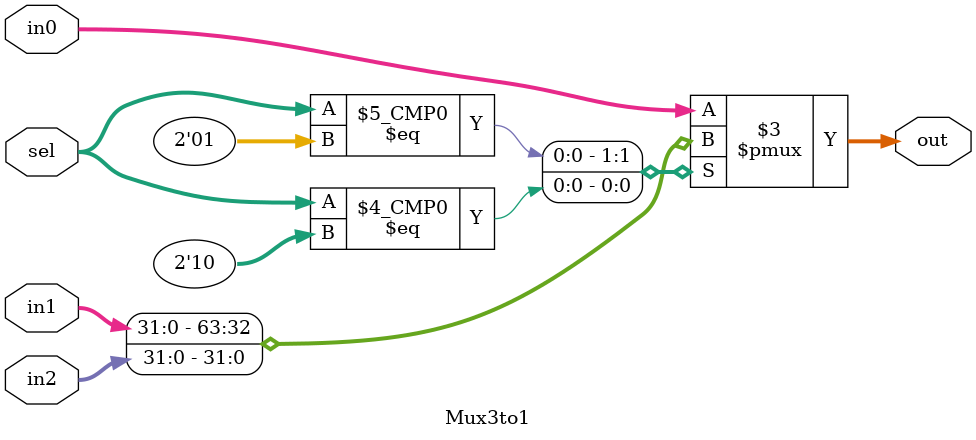
<source format=v>
module Mux3to1(
    input [1:0] sel,
    input [31:0] in0, in1, in2,
    output reg [31:0] out
);
    always @(*) begin
        case (sel)
            2'b00: out = in0;
            2'b01: out = in1;
            2'b10: out = in2;
            default: out = in0;
        endcase
    end
endmodule

</source>
